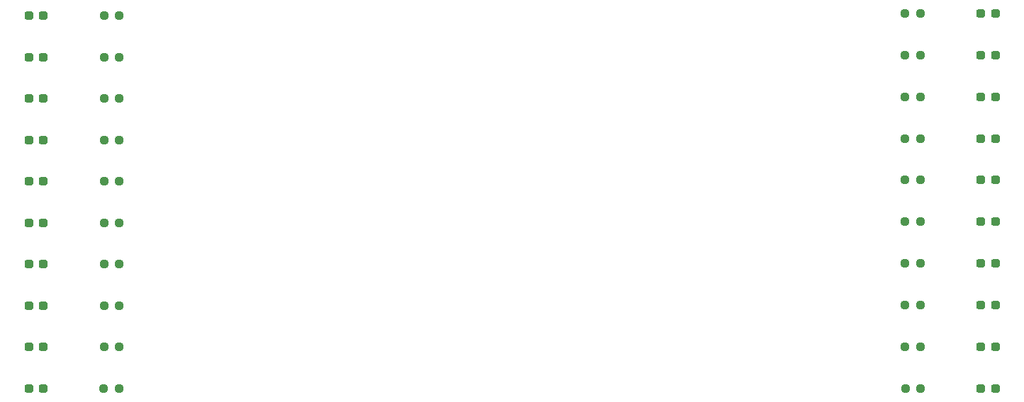
<source format=gtp>
G04 #@! TF.GenerationSoftware,KiCad,Pcbnew,9.0.0*
G04 #@! TF.CreationDate,2025-03-25T13:13:44-05:00*
G04 #@! TF.ProjectId,Armor_Plate,41726d6f-725f-4506-9c61-74652e6b6963,rev?*
G04 #@! TF.SameCoordinates,Original*
G04 #@! TF.FileFunction,Paste,Top*
G04 #@! TF.FilePolarity,Positive*
%FSLAX46Y46*%
G04 Gerber Fmt 4.6, Leading zero omitted, Abs format (unit mm)*
G04 Created by KiCad (PCBNEW 9.0.0) date 2025-03-25 13:13:44*
%MOMM*%
%LPD*%
G01*
G04 APERTURE LIST*
G04 Aperture macros list*
%AMRoundRect*
0 Rectangle with rounded corners*
0 $1 Rounding radius*
0 $2 $3 $4 $5 $6 $7 $8 $9 X,Y pos of 4 corners*
0 Add a 4 corners polygon primitive as box body*
4,1,4,$2,$3,$4,$5,$6,$7,$8,$9,$2,$3,0*
0 Add four circle primitives for the rounded corners*
1,1,$1+$1,$2,$3*
1,1,$1+$1,$4,$5*
1,1,$1+$1,$6,$7*
1,1,$1+$1,$8,$9*
0 Add four rect primitives between the rounded corners*
20,1,$1+$1,$2,$3,$4,$5,0*
20,1,$1+$1,$4,$5,$6,$7,0*
20,1,$1+$1,$6,$7,$8,$9,0*
20,1,$1+$1,$8,$9,$2,$3,0*%
G04 Aperture macros list end*
%ADD10RoundRect,0.237500X0.250000X0.237500X-0.250000X0.237500X-0.250000X-0.237500X0.250000X-0.237500X0*%
%ADD11RoundRect,0.237500X-0.250000X-0.237500X0.250000X-0.237500X0.250000X0.237500X-0.250000X0.237500X0*%
%ADD12RoundRect,0.237500X0.287500X0.237500X-0.287500X0.237500X-0.287500X-0.237500X0.287500X-0.237500X0*%
%ADD13RoundRect,0.237500X-0.287500X-0.237500X0.287500X-0.237500X0.287500X0.237500X-0.287500X0.237500X0*%
G04 APERTURE END LIST*
D10*
X33220000Y-77609449D03*
X31395000Y-77609449D03*
D11*
X127020000Y-77485554D03*
X128845000Y-77485554D03*
D12*
X24155000Y-67698338D03*
X22405000Y-67698338D03*
D10*
X33220000Y-72653893D03*
X31395000Y-72653893D03*
D13*
X136085000Y-57546293D03*
X137835000Y-57546293D03*
D11*
X127020000Y-82470369D03*
X128845000Y-82470369D03*
D10*
X33220000Y-67698338D03*
X31395000Y-67698338D03*
X33220000Y-57787228D03*
X31395000Y-57787228D03*
D13*
X136085000Y-77485554D03*
X137835000Y-77485554D03*
D12*
X24155000Y-97431669D03*
X22405000Y-97431669D03*
X24155000Y-82565004D03*
X22405000Y-82565004D03*
X24155000Y-87520559D03*
X22405000Y-87520559D03*
D13*
X136085000Y-97424815D03*
X137835000Y-97424815D03*
D10*
X33220000Y-52831673D03*
X31395000Y-52831673D03*
X33220000Y-87520559D03*
X31395000Y-87520559D03*
X33220000Y-82565004D03*
X31395000Y-82565004D03*
D13*
X136085000Y-62531108D03*
X137835000Y-62531108D03*
D11*
X127020000Y-67515924D03*
X128845000Y-67515924D03*
D13*
X136085000Y-82470369D03*
X137835000Y-82470369D03*
X136085000Y-72500739D03*
X137835000Y-72500739D03*
D11*
X127047500Y-97424815D03*
X128872500Y-97424815D03*
D12*
X24155000Y-62742783D03*
X22405000Y-62742783D03*
D11*
X127020000Y-57546293D03*
X128845000Y-57546293D03*
D12*
X24155000Y-52831673D03*
X22405000Y-52831673D03*
D13*
X136085000Y-67515924D03*
X137835000Y-67515924D03*
X136085000Y-92440000D03*
X137835000Y-92440000D03*
D11*
X127020000Y-62531108D03*
X128845000Y-62531108D03*
D13*
X136085000Y-87455185D03*
X137835000Y-87455185D03*
X136085000Y-52561478D03*
X137835000Y-52561478D03*
D12*
X24155000Y-57787228D03*
X22405000Y-57787228D03*
D11*
X127020000Y-87455185D03*
X128845000Y-87455185D03*
D10*
X33195000Y-97431669D03*
X31370000Y-97431669D03*
D11*
X127020000Y-52561478D03*
X128845000Y-52561478D03*
X127020000Y-72500739D03*
X128845000Y-72500739D03*
D12*
X24155000Y-72653893D03*
X22405000Y-72653893D03*
X24155000Y-77609449D03*
X22405000Y-77609449D03*
D10*
X33220000Y-62742783D03*
X31395000Y-62742783D03*
D12*
X24155000Y-92476114D03*
X22405000Y-92476114D03*
D10*
X33220000Y-92476114D03*
X31395000Y-92476114D03*
D11*
X127020000Y-92440000D03*
X128845000Y-92440000D03*
M02*

</source>
